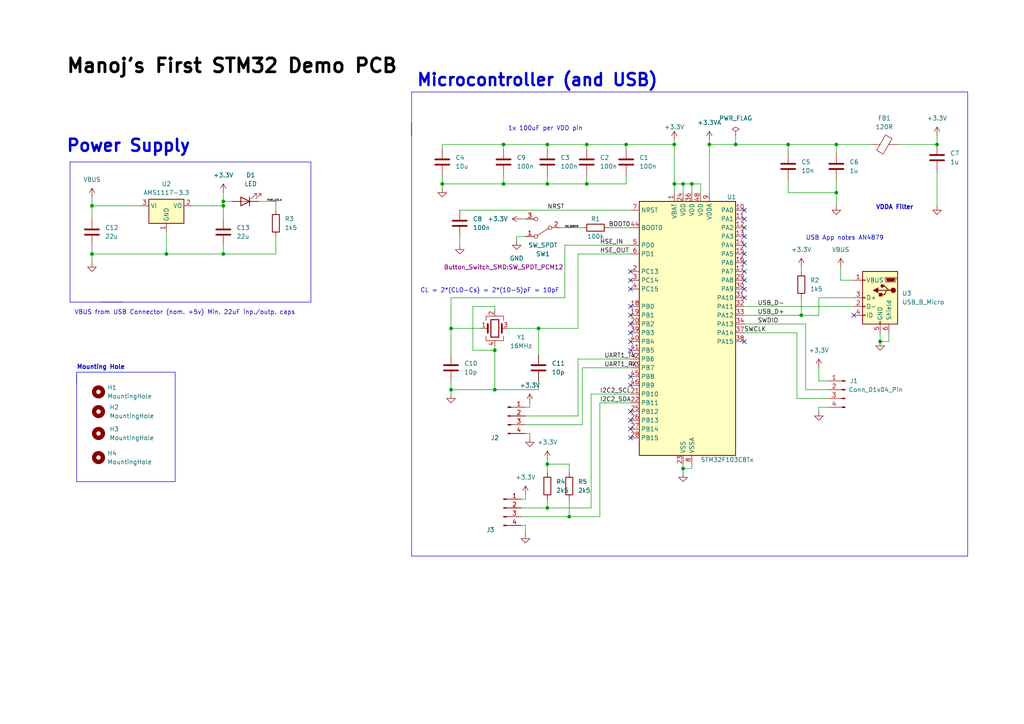
<source format=kicad_sch>
(kicad_sch (version 20230121) (generator eeschema)
  (paper "A4")
  (lib_symbols
    (symbol "Connector:Conn_01x04_Pin" (pin_names (offset 1.016) hide)
      (property "Reference" "J" (at 0 5.08 0))
      (property "Value" "Conn_01x04_Pin" (at 0 -7.62 0))
      (symbol "Conn_01x04_Pin_1_1"
        (polyline (pts (xy 1.27 -5.08) (xy 0.8636 -5.08)) (stroke (width 0.1524)))
        (polyline (pts (xy 1.27 -2.54) (xy 0.8636 -2.54)) (stroke (width 0.1524)))
        (polyline (pts (xy 1.27 0) (xy 0.8636 0)) (stroke (width 0.1524)))
        (polyline (pts (xy 1.27 2.54) (xy 0.8636 2.54)) (stroke (width 0.1524)))
        (rectangle (start 0.8636 -4.953) (end 0 -5.207) (stroke (width 0.1524)) (fill (type outline)))
        (rectangle (start 0.8636 -2.413) (end 0 -2.667) (stroke (width 0.1524)) (fill (type outline)))
        (rectangle (start 0.8636 0.127) (end 0 -0.127) (stroke (width 0.1524)) (fill (type outline)))
        (rectangle (start 0.8636 2.667) (end 0 2.413) (stroke (width 0.1524)) (fill (type outline)))
        (pin passive line (at 5.08 2.54 180) (length 3.81) (name "Pin_1") (number "1"))
        (pin passive line (at 5.08 0 180) (length 3.81) (name "Pin_2") (number "2"))
        (pin passive line (at 5.08 -2.54 180) (length 3.81) (name "Pin_3") (number "3"))
        (pin passive line (at 5.08 -5.08 180) (length 3.81) (name "Pin_4") (number "4"))
      )
    )
    (symbol "Connector:USB_B_Micro" (pin_names (offset 1.016))
      (property "Reference" "J" (at -5.08 11.43 0))
      (property "Value" "USB_B_Micro" (at -5.08 8.89 0))
      (symbol "USB_B_Micro_0_1"
        (rectangle (start -5.08 -7.62) (end 5.08 7.62) (stroke (width 0.254)) (fill (type background)))
        (circle (center -3.81 2.159) (radius 0.635) (stroke (width 0.254)) (fill (type outline)))
        (circle (center -0.635 3.429) (radius 0.381) (stroke (width 0.254)) (fill (type outline)))
        (rectangle (start -0.127 -7.62) (end 0.127 -6.858))
        (polyline (pts (xy -1.905 2.159) (xy 0.635 2.159)) (stroke (width 0.254)))
        (polyline (pts (xy -3.175 2.159) (xy -2.54 2.159) (xy -1.27 3.429) (xy -0.635 3.429)) (stroke (width 0.254)))
        (polyline (pts (xy -2.54 2.159) (xy -1.905 2.159) (xy -1.27 0.889) (xy 0 0.889)) (stroke (width 0.254)))
        (polyline (pts (xy 0.635 2.794) (xy 0.635 1.524) (xy 1.905 2.159) (xy 0.635 2.794)) (stroke (width 0.254)) (fill (type outline)))
        (polyline (pts (xy -4.318 5.588) (xy -1.778 5.588) (xy -2.032 4.826) (xy -4.064 4.826) (xy -4.318 5.588)) (fill (type outline)))
        (polyline (pts (xy -4.699 5.842) (xy -4.699 5.588) (xy -4.445 4.826) (xy -4.445 4.572) (xy -1.651 4.572) (xy -1.651 4.826) (xy -1.397 5.588) (xy -1.397 5.842) (xy -4.699 5.842)))
        (rectangle (start 0.254 1.27) (end -0.508 0.508) (stroke (width 0.254)) (fill (type outline)))
        (rectangle (start 5.08 -5.207) (end 4.318 -4.953))
        (rectangle (start 5.08 -2.667) (end 4.318 -2.413))
        (rectangle (start 5.08 -0.127) (end 4.318 0.127))
        (rectangle (start 5.08 4.953) (end 4.318 5.207))
      )
      (symbol "USB_B_Micro_1_1"
        (pin power_out line (at 7.62 5.08 180) (length 2.54) (name "VBUS") (number "1"))
        (pin bidirectional line (at 7.62 -2.54 180) (length 2.54) (name "D-") (number "2"))
        (pin bidirectional line (at 7.62 0 180) (length 2.54) (name "D+") (number "3"))
        (pin passive line (at 7.62 -5.08 180) (length 2.54) (name "ID") (number "4"))
        (pin power_out line (at 0 -10.16 90) (length 2.54) (name "GND") (number "5"))
        (pin passive line (at -2.54 -10.16 90) (length 2.54) (name "Shield") (number "6"))
      )
    )
    (symbol "Device:C" (pin_numbers hide) (pin_names (offset 0.254))
      (property "Reference" "C" (at 0.635 2.54 0))
      (property "Value" "C" (at 0.635 -2.54 0))
      (symbol "C_0_1"
        (polyline (pts (xy -2.032 -0.762) (xy 2.032 -0.762)) (stroke (width 0.508)))
        (polyline (pts (xy -2.032 0.762) (xy 2.032 0.762)) (stroke (width 0.508)))
      )
      (symbol "C_1_1"
        (pin passive line (at 0 3.81 270) (length 2.794) (name "~") (number "1"))
        (pin passive line (at 0 -3.81 90) (length 2.794) (name "~") (number "2"))
      )
    )
    (symbol "Device:Crystal_GND24" (pin_names (offset 1.016) hide)
      (property "Reference" "Y" (at 3.175 5.08 0))
      (property "Value" "Crystal_GND24" (at 3.175 3.175 0))
      (symbol "Crystal_GND24_0_1"
        (rectangle (start -1.143 2.54) (end 1.143 -2.54) (stroke (width 0.3048)))
        (polyline (pts (xy -2.54 0) (xy -2.032 0)))
        (polyline (pts (xy -2.032 -1.27) (xy -2.032 1.27)) (stroke (width 0.508)))
        (polyline (pts (xy 0 -3.81) (xy 0 -3.556)))
        (polyline (pts (xy 0 3.556) (xy 0 3.81)))
        (polyline (pts (xy 2.032 -1.27) (xy 2.032 1.27)) (stroke (width 0.508)))
        (polyline (pts (xy 2.032 0) (xy 2.54 0)))
        (polyline (pts (xy -2.54 -2.286) (xy -2.54 -3.556) (xy 2.54 -3.556) (xy 2.54 -2.286)))
        (polyline (pts (xy -2.54 2.286) (xy -2.54 3.556) (xy 2.54 3.556) (xy 2.54 2.286)))
      )
      (symbol "Crystal_GND24_1_1"
        (pin passive line (at -3.81 0 0) (length 1.27) (name "1") (number "1"))
        (pin passive line (at 0 5.08 270) (length 1.27) (name "2") (number "2"))
        (pin passive line (at 3.81 0 180) (length 1.27) (name "3") (number "3"))
        (pin passive line (at 0 -5.08 90) (length 1.27) (name "4") (number "4"))
      )
    )
    (symbol "Device:FerriteBead" (pin_numbers hide) (pin_names (offset 0))
      (property "Reference" "FB" (at -3.81 0.635 90))
      (property "Value" "FerriteBead" (at 3.81 0 90))
      (symbol "FerriteBead_0_1"
        (polyline (pts (xy 0 -1.27) (xy 0 -1.2192)))
        (polyline (pts (xy 0 1.27) (xy 0 1.2954)))
        (polyline (pts (xy -2.7686 0.4064) (xy -1.7018 2.2606) (xy 2.7686 -0.3048) (xy 1.6764 -2.159) (xy -2.7686 0.4064)))
      )
      (symbol "FerriteBead_1_1"
        (pin passive line (at 0 3.81 270) (length 2.54) (name "~") (number "1"))
        (pin passive line (at 0 -3.81 90) (length 2.54) (name "~") (number "2"))
      )
    )
    (symbol "Device:LED" (pin_numbers hide) (pin_names (offset 1.016) hide)
      (property "Reference" "D" (at 0 2.54 0))
      (property "Value" "LED" (at 0 -2.54 0))
      (symbol "LED_0_1"
        (polyline (pts (xy -1.27 -1.27) (xy -1.27 1.27)) (stroke (width 0.254)))
        (polyline (pts (xy -1.27 0) (xy 1.27 0)))
        (polyline (pts (xy 1.27 -1.27) (xy 1.27 1.27) (xy -1.27 0) (xy 1.27 -1.27)) (stroke (width 0.254)))
        (polyline (pts (xy -3.048 -0.762) (xy -4.572 -2.286) (xy -3.81 -2.286) (xy -4.572 -2.286) (xy -4.572 -1.524)))
        (polyline (pts (xy -1.778 -0.762) (xy -3.302 -2.286) (xy -2.54 -2.286) (xy -3.302 -2.286) (xy -3.302 -1.524)))
      )
      (symbol "LED_1_1"
        (pin passive line (at -3.81 0 0) (length 2.54) (name "K") (number "1"))
        (pin passive line (at 3.81 0 180) (length 2.54) (name "A") (number "2"))
      )
    )
    (symbol "Device:R" (pin_numbers hide) (pin_names (offset 0))
      (property "Reference" "R" (at 2.032 0 90))
      (property "Value" "R" (at 0 0 90))
      (symbol "R_0_1"
        (rectangle (start -1.016 -2.54) (end 1.016 2.54) (stroke (width 0.254)))
      )
      (symbol "R_1_1"
        (pin passive line (at 0 3.81 270) (length 1.27) (name "~") (number "1"))
        (pin passive line (at 0 -3.81 90) (length 1.27) (name "~") (number "2"))
      )
    )
    (symbol "MCU_ST_STM32F1:STM32F103C8Tx"
      (property "Reference" "U" (at -12.7 39.37 0))
      (property "Value" "STM32F103C8Tx" (at 10.16 39.37 0))
      (symbol "STM32F103C8Tx_0_1"
        (rectangle (start -12.7 -35.56) (end 15.24 38.1) (stroke (width 0.254)) (fill (type background)))
      )
      (symbol "STM32F103C8Tx_1_1"
        (pin power_in line (at -2.54 40.64 270) (length 2.54) (name "VBAT") (number "1"))
        (pin bidirectional line (at 17.78 35.56 180) (length 2.54) (name "PA0") (number "10"))
        (pin bidirectional line (at 17.78 33.02 180) (length 2.54) (name "PA1") (number "11"))
        (pin bidirectional line (at 17.78 30.48 180) (length 2.54) (name "PA2") (number "12"))
        (pin bidirectional line (at 17.78 27.94 180) (length 2.54) (name "PA3") (number "13"))
        (pin bidirectional line (at 17.78 25.4 180) (length 2.54) (name "PA4") (number "14"))
        (pin bidirectional line (at 17.78 22.86 180) (length 2.54) (name "PA5") (number "15"))
        (pin bidirectional line (at 17.78 20.32 180) (length 2.54) (name "PA6") (number "16"))
        (pin bidirectional line (at 17.78 17.78 180) (length 2.54) (name "PA7") (number "17"))
        (pin bidirectional line (at -15.24 7.62 0) (length 2.54) (name "PB0") (number "18"))
        (pin bidirectional line (at -15.24 5.08 0) (length 2.54) (name "PB1") (number "19"))
        (pin bidirectional line (at -15.24 17.78 0) (length 2.54) (name "PC13") (number "2"))
        (pin bidirectional line (at -15.24 2.54 0) (length 2.54) (name "PB2") (number "20"))
        (pin bidirectional line (at -15.24 -17.78 0) (length 2.54) (name "PB10") (number "21"))
        (pin bidirectional line (at -15.24 -20.32 0) (length 2.54) (name "PB11") (number "22"))
        (pin power_in line (at 0 -38.1 90) (length 2.54) (name "VSS") (number "23"))
        (pin power_in line (at 0 40.64 270) (length 2.54) (name "VDD") (number "24"))
        (pin bidirectional line (at -15.24 -22.86 0) (length 2.54) (name "PB12") (number "25"))
        (pin bidirectional line (at -15.24 -25.4 0) (length 2.54) (name "PB13") (number "26"))
        (pin bidirectional line (at -15.24 -27.94 0) (length 2.54) (name "PB14") (number "27"))
        (pin bidirectional line (at -15.24 -30.48 0) (length 2.54) (name "PB15") (number "28"))
        (pin bidirectional line (at 17.78 15.24 180) (length 2.54) (name "PA8") (number "29"))
        (pin bidirectional line (at -15.24 15.24 0) (length 2.54) (name "PC14") (number "3"))
        (pin bidirectional line (at 17.78 12.7 180) (length 2.54) (name "PA9") (number "30"))
        (pin bidirectional line (at 17.78 10.16 180) (length 2.54) (name "PA10") (number "31"))
        (pin bidirectional line (at 17.78 7.62 180) (length 2.54) (name "PA11") (number "32"))
        (pin bidirectional line (at 17.78 5.08 180) (length 2.54) (name "PA12") (number "33"))
        (pin bidirectional line (at 17.78 2.54 180) (length 2.54) (name "PA13") (number "34"))
        (pin passive line (at 0 -38.1 90) (length 2.54) hide (name "VSS") (number "35"))
        (pin power_in line (at 2.54 40.64 270) (length 2.54) (name "VDD") (number "36"))
        (pin bidirectional line (at 17.78 0 180) (length 2.54) (name "PA14") (number "37"))
        (pin bidirectional line (at 17.78 -2.54 180) (length 2.54) (name "PA15") (number "38"))
        (pin bidirectional line (at -15.24 0 0) (length 2.54) (name "PB3") (number "39"))
        (pin bidirectional line (at -15.24 12.7 0) (length 2.54) (name "PC15") (number "4"))
        (pin bidirectional line (at -15.24 -2.54 0) (length 2.54) (name "PB4") (number "40"))
        (pin bidirectional line (at -15.24 -5.08 0) (length 2.54) (name "PB5") (number "41"))
        (pin bidirectional line (at -15.24 -7.62 0) (length 2.54) (name "PB6") (number "42"))
        (pin bidirectional line (at -15.24 -10.16 0) (length 2.54) (name "PB7") (number "43"))
        (pin input line (at -15.24 30.48 0) (length 2.54) (name "BOOT0") (number "44"))
        (pin bidirectional line (at -15.24 -12.7 0) (length 2.54) (name "PB8") (number "45"))
        (pin bidirectional line (at -15.24 -15.24 0) (length 2.54) (name "PB9") (number "46"))
        (pin passive line (at 0 -38.1 90) (length 2.54) hide (name "VSS") (number "47"))
        (pin power_in line (at 5.08 40.64 270) (length 2.54) (name "VDD") (number "48"))
        (pin bidirectional line (at -15.24 25.4 0) (length 2.54) (name "PD0") (number "5"))
        (pin bidirectional line (at -15.24 22.86 0) (length 2.54) (name "PD1") (number "6"))
        (pin input line (at -15.24 35.56 0) (length 2.54) (name "NRST") (number "7"))
        (pin power_in line (at 2.54 -38.1 90) (length 2.54) (name "VSSA") (number "8"))
        (pin power_in line (at 7.62 40.64 270) (length 2.54) (name "VDDA") (number "9"))
      )
    )
    (symbol "Mechanical:MountingHole" (pin_names (offset 1.016))
      (property "Reference" "H" (at 0 5.08 0))
      (property "Value" "MountingHole" (at 0 3.175 0))
      (symbol "MountingHole_0_1"
        (circle (center 0 0) (radius 1.27) (stroke (width 1.27)))
      )
    )
    (symbol "Regulator_Linear:AMS1117-3.3"
      (property "Reference" "U" (at -3.81 3.175 0))
      (property "Value" "AMS1117-3.3" (at 0 3.175 0))
      (symbol "AMS1117-3.3_0_1"
        (rectangle (start -5.08 -5.08) (end 5.08 1.905) (stroke (width 0.254)) (fill (type background)))
      )
      (symbol "AMS1117-3.3_1_1"
        (pin power_in line (at 0 -7.62 90) (length 2.54) (name "GND") (number "1"))
        (pin power_out line (at 7.62 0 180) (length 2.54) (name "VO") (number "2"))
        (pin power_in line (at -7.62 0 0) (length 2.54) (name "VI") (number "3"))
      )
    )
    (symbol "Switch:SW_SPDT" (pin_names (offset 0) hide)
      (property "Reference" "SW" (at 0 4.318 0))
      (property "Value" "SW_SPDT" (at 0 -5.08 0))
      (symbol "SW_SPDT_0_0"
        (circle (center -2.032 0) (radius 0.508))
        (circle (center 2.032 -2.54) (radius 0.508))
      )
      (symbol "SW_SPDT_0_1"
        (polyline (pts (xy -1.524 0.254) (xy 1.651 2.286)))
        (circle (center 2.032 2.54) (radius 0.508))
      )
      (symbol "SW_SPDT_1_1"
        (pin passive line (at 5.08 2.54 180) (length 2.54) (name "A") (number "1"))
        (pin passive line (at -5.08 0 0) (length 2.54) (name "B") (number "2"))
        (pin passive line (at 5.08 -2.54 180) (length 2.54) (name "C") (number "3"))
      )
    )
    (symbol "power:+3.3V" (power) (pin_names (offset 0))
      (property "Value" "+3.3V" (at 0 3.556 0))
      (symbol "+3.3V_0_1"
        (polyline (pts (xy -0.762 1.27) (xy 0 2.54)))
        (polyline (pts (xy 0 0) (xy 0 2.54)))
        (polyline (pts (xy 0 2.54) (xy 0.762 1.27)))
      )
      (symbol "+3.3V_1_1"
        (pin power_in line (at 0 0 90) (length 0) hide (name "+3.3V") (number "1"))
      )
    )
    (symbol "power:+3.3VA" (power) (pin_names (offset 0))
      (property "Value" "+3.3VA" (at 0 3.556 0))
      (symbol "+3.3VA_0_1"
        (polyline (pts (xy -0.762 1.27) (xy 0 2.54)))
        (polyline (pts (xy 0 0) (xy 0 2.54)))
        (polyline (pts (xy 0 2.54) (xy 0.762 1.27)))
      )
      (symbol "+3.3VA_1_1"
        (pin power_in line (at 0 0 90) (length 0) hide (name "+3.3VA") (number "1"))
      )
    )
    (symbol "power:GND" (power) (pin_names (offset 0))
      (property "Value" "GND" (at 0 -3.81 0))
      (symbol "GND_0_1"
        (polyline (pts (xy 0 0) (xy 0 -1.27) (xy 1.27 -1.27) (xy 0 -2.54) (xy -1.27 -1.27) (xy 0 -1.27)))
      )
      (symbol "GND_1_1"
        (pin power_in line (at 0 0 270) (length 0) hide (name "GND") (number "1"))
      )
    )
    (symbol "power:PWR_FLAG" (power) (pin_numbers hide) (pin_names (offset 0) hide)
      (property "Value" "PWR_FLAG" (at 0 3.81 0))
      (symbol "PWR_FLAG_0_0"
        (pin power_out line (at 0 0 90) (length 0) (name "pwr") (number "1"))
      )
      (symbol "PWR_FLAG_0_1"
        (polyline (pts (xy 0 0) (xy 0 1.27) (xy -1.016 1.905) (xy 0 2.54) (xy 1.016 1.905) (xy 0 1.27)))
      )
    )
    (symbol "power:VBUS" (power) (pin_names (offset 0))
      (property "Value" "VBUS" (at 0 3.81 0))
      (symbol "VBUS_0_1"
        (polyline (pts (xy -0.762 1.27) (xy 0 2.54)))
        (polyline (pts (xy 0 0) (xy 0 2.54)))
        (polyline (pts (xy 0 2.54) (xy 0.762 1.27)))
      )
      (symbol "VBUS_1_1"
        (pin power_in line (at 0 0 90) (length 0) hide (name "VBUS") (number "1"))
      )
    )
  )
  (junction (at 232.41 91.44))
  (junction (at 228.6 41.91))
  (junction (at 64.77 73.66))
  (junction (at 195.58 41.91))
  (junction (at 170.18 41.91))
  (junction (at 130.81 113.03))
  (junction (at 48.26 73.66))
  (junction (at 242.57 41.91))
  (junction (at 242.57 55.88))
  (junction (at 143.51 101.6))
  (junction (at 64.77 58.42))
  (junction (at 195.58 53.34))
  (junction (at 198.12 53.34))
  (junction (at 130.81 95.25))
  (junction (at 26.67 73.66))
  (junction (at 26.67 59.69))
  (junction (at 64.77 59.69))
  (junction (at 158.75 41.91))
  (junction (at 205.74 41.91))
  (junction (at 200.66 53.34))
  (junction (at 146.05 53.34))
  (junction (at 146.05 41.91))
  (junction (at 143.51 113.03))
  (junction (at 165.1 149.86))
  (junction (at 198.12 135.89))
  (junction (at 158.75 53.34))
  (junction (at 255.27 99.06))
  (junction (at 181.61 41.91))
  (junction (at 158.75 147.32))
  (junction (at 213.36 41.91))
  (junction (at 158.75 134.62))
  (junction (at 156.21 95.25))
  (junction (at 271.78 41.91))
  (junction (at 128.27 53.34))
  (junction (at 170.18 53.34))
  (no_connect (at 182.88 124.46))
  (no_connect (at 182.88 81.28))
  (no_connect (at 182.88 91.44))
  (no_connect (at 215.9 66.04))
  (no_connect (at 215.9 81.28))
  (no_connect (at 182.88 78.74))
  (no_connect (at 215.9 76.2))
  (no_connect (at 182.88 121.92))
  (no_connect (at 215.9 99.06))
  (no_connect (at 215.9 60.96))
  (no_connect (at 182.88 119.38))
  (no_connect (at 182.88 101.6))
  (no_connect (at 215.9 71.12))
  (no_connect (at 182.88 99.06))
  (no_connect (at 215.9 68.58))
  (no_connect (at 182.88 127))
  (no_connect (at 182.88 93.98))
  (no_connect (at 182.88 111.76))
  (no_connect (at 182.88 96.52))
  (no_connect (at 215.9 86.36))
  (no_connect (at 182.88 88.9))
  (no_connect (at 247.65 91.44))
  (no_connect (at 215.9 63.5))
  (no_connect (at 215.9 83.82))
  (no_connect (at 215.9 73.66))
  (no_connect (at 182.88 109.22))
  (no_connect (at 182.88 83.82))
  (no_connect (at 215.9 78.74))
  (wire (pts (xy 195.58 53.34) (xy 198.12 53.34)))
  (wire (pts (xy 151.13 147.32) (xy 158.75 147.32)))
  (wire (pts (xy 156.21 95.25) (xy 156.21 102.87)))
  (wire (pts (xy 80.01 58.42) (xy 80.01 60.96)))
  (wire (pts (xy 137.16 88.9) (xy 137.16 101.6)))
  (wire (pts (xy 181.61 43.18) (xy 181.61 41.91)))
  (wire (pts (xy 64.77 73.66) (xy 64.77 71.12)))
  (polyline (pts (xy 90.17 87.63) (xy 90.17 46.99)))
  (wire (pts (xy 231.14 115.57) (xy 240.03 115.57)))
  (wire (pts (xy 240.03 110.49) (xy 237.49 110.49)))
  (wire (pts (xy 80.01 73.66) (xy 64.77 73.66)))
  (wire (pts (xy 64.77 73.66) (xy 48.26 73.66)))
  (wire (pts (xy 139.7 95.25) (xy 130.81 95.25)))
  (wire (pts (xy 200.66 53.34) (xy 203.2 53.34)))
  (polyline (pts (xy 119.38 35.56) (xy 119.38 161.29)))
  (wire (pts (xy 130.81 113.03) (xy 143.51 113.03)))
  (wire (pts (xy 55.88 59.69) (xy 64.77 59.69)))
  (wire (pts (xy 205.74 40.64) (xy 205.74 41.91)))
  (wire (pts (xy 242.57 55.88) (xy 242.57 59.69)))
  (wire (pts (xy 64.77 59.69) (xy 64.77 63.5)))
  (wire (pts (xy 195.58 40.64) (xy 195.58 41.91)))
  (wire (pts (xy 156.21 110.49) (xy 156.21 113.03)))
  (wire (pts (xy 130.81 86.36) (xy 163.83 86.36)))
  (polyline (pts (xy 280.67 161.29) (xy 280.67 26.67)))
  (wire (pts (xy 170.18 43.18) (xy 170.18 41.91)))
  (wire (pts (xy 130.81 110.49) (xy 130.81 113.03)))
  (wire (pts (xy 198.12 53.34) (xy 200.66 53.34)))
  (wire (pts (xy 158.75 134.62) (xy 165.1 134.62)))
  (wire (pts (xy 26.67 59.69) (xy 40.64 59.69)))
  (wire (pts (xy 271.78 39.37) (xy 271.78 41.91)))
  (wire (pts (xy 158.75 144.78) (xy 158.75 147.32)))
  (wire (pts (xy 168.91 123.19) (xy 152.4 123.19)))
  (wire (pts (xy 156.21 95.25) (xy 147.32 95.25)))
  (wire (pts (xy 167.64 73.66) (xy 182.88 73.66)))
  (wire (pts (xy 228.6 41.91) (xy 242.57 41.91)))
  (wire (pts (xy 26.67 57.15) (xy 26.67 59.69)))
  (wire (pts (xy 143.51 90.17) (xy 143.51 88.9)))
  (wire (pts (xy 198.12 135.89) (xy 198.12 137.16)))
  (wire (pts (xy 74.93 58.42) (xy 80.01 58.42)))
  (wire (pts (xy 213.36 41.91) (xy 228.6 41.91)))
  (wire (pts (xy 167.64 95.25) (xy 156.21 95.25)))
  (wire (pts (xy 203.2 53.34) (xy 203.2 55.88)))
  (wire (pts (xy 64.77 58.42) (xy 67.31 58.42)))
  (wire (pts (xy 205.74 41.91) (xy 205.74 55.88)))
  (wire (pts (xy 130.81 95.25) (xy 130.81 86.36)))
  (wire (pts (xy 171.45 114.3) (xy 171.45 147.32)))
  (polyline (pts (xy 90.17 46.99) (xy 20.32 46.99)))
  (wire (pts (xy 133.35 60.96) (xy 182.88 60.96)))
  (wire (pts (xy 64.77 55.88) (xy 64.77 58.42)))
  (wire (pts (xy 158.75 53.34) (xy 170.18 53.34)))
  (wire (pts (xy 233.68 93.98) (xy 233.68 113.03)))
  (wire (pts (xy 133.35 68.58) (xy 133.35 71.12)))
  (wire (pts (xy 158.75 43.18) (xy 158.75 41.91)))
  (wire (pts (xy 181.61 53.34) (xy 181.61 50.8)))
  (wire (pts (xy 233.68 113.03) (xy 240.03 113.03)))
  (wire (pts (xy 130.81 113.03) (xy 130.81 114.3)))
  (wire (pts (xy 232.41 77.47) (xy 232.41 78.74)))
  (wire (pts (xy 195.58 55.88) (xy 195.58 53.34)))
  (polyline (pts (xy 280.67 26.67) (xy 119.38 26.67)))
  (wire (pts (xy 165.1 149.86) (xy 173.99 149.86)))
  (polyline (pts (xy 22.225 107.95) (xy 22.225 111.125)))
  (wire (pts (xy 271.78 49.53) (xy 271.78 59.69)))
  (wire (pts (xy 128.27 50.8) (xy 128.27 53.34)))
  (wire (pts (xy 158.75 147.32) (xy 171.45 147.32)))
  (wire (pts (xy 200.66 53.34) (xy 200.66 55.88)))
  (polyline (pts (xy 50.8 107.95) (xy 22.225 107.95)))
  (wire (pts (xy 152.4 152.4) (xy 152.4 154.94)))
  (wire (pts (xy 168.91 106.68) (xy 168.91 123.19)))
  (polyline (pts (xy 29.21 87.63) (xy 80.01 87.63)))
  (wire (pts (xy 237.49 86.36) (xy 237.49 91.44)))
  (wire (pts (xy 213.36 39.37) (xy 213.36 41.91)))
  (wire (pts (xy 128.27 53.34) (xy 146.05 53.34)))
  (wire (pts (xy 146.05 41.91) (xy 158.75 41.91)))
  (wire (pts (xy 228.6 52.07) (xy 228.6 55.88)))
  (polyline (pts (xy 31.75 87.63) (xy 35.56 87.63)))
  (wire (pts (xy 242.57 41.91) (xy 252.73 41.91)))
  (polyline (pts (xy 31.75 41.91) (xy 31.75 41.91)))
  (wire (pts (xy 205.74 41.91) (xy 213.36 41.91)))
  (polyline (pts (xy 80.01 87.63) (xy 90.17 87.63)))
  (wire (pts (xy 152.4 118.11) (xy 153.67 118.11)))
  (wire (pts (xy 149.86 69.85) (xy 149.86 68.58)))
  (polyline (pts (xy 119.38 161.29) (xy 280.67 161.29)))
  (wire (pts (xy 128.27 43.18) (xy 128.27 41.91)))
  (wire (pts (xy 198.12 134.62) (xy 198.12 135.89)))
  (wire (pts (xy 149.86 68.58) (xy 152.4 68.58)))
  (wire (pts (xy 228.6 41.91) (xy 228.6 44.45)))
  (wire (pts (xy 152.4 125.73) (xy 153.67 125.73)))
  (wire (pts (xy 151.13 63.5) (xy 152.4 63.5)))
  (wire (pts (xy 247.65 86.36) (xy 237.49 86.36)))
  (wire (pts (xy 128.27 41.91) (xy 146.05 41.91)))
  (wire (pts (xy 242.57 55.88) (xy 242.57 52.07)))
  (polyline (pts (xy 20.32 87.63) (xy 31.75 87.63)))
  (wire (pts (xy 237.49 106.68) (xy 237.49 110.49)))
  (polyline (pts (xy 22.225 108.585) (xy 22.225 139.7)))
  (wire (pts (xy 26.67 73.66) (xy 26.67 71.12)))
  (wire (pts (xy 232.41 86.36) (xy 232.41 91.44)))
  (wire (pts (xy 260.35 41.91) (xy 271.78 41.91)))
  (wire (pts (xy 143.51 88.9) (xy 137.16 88.9)))
  (wire (pts (xy 162.56 66.04) (xy 168.91 66.04)))
  (wire (pts (xy 158.75 133.35) (xy 158.75 134.62)))
  (wire (pts (xy 167.64 73.66) (xy 167.64 95.25)))
  (wire (pts (xy 146.05 53.34) (xy 158.75 53.34)))
  (wire (pts (xy 200.66 134.62) (xy 200.66 135.89)))
  (wire (pts (xy 158.75 50.8) (xy 158.75 53.34)))
  (wire (pts (xy 173.99 116.84) (xy 182.88 116.84)))
  (wire (pts (xy 146.05 41.91) (xy 146.05 43.18)))
  (polyline (pts (xy 22.225 139.7) (xy 50.8 139.7)))
  (polyline (pts (xy 50.8 139.7) (xy 50.8 107.95)))
  (wire (pts (xy 151.13 149.86) (xy 165.1 149.86)))
  (wire (pts (xy 171.45 114.3) (xy 182.88 114.3)))
  (wire (pts (xy 195.58 41.91) (xy 195.58 53.34)))
  (wire (pts (xy 152.4 143.51) (xy 152.4 144.78)))
  (wire (pts (xy 143.51 113.03) (xy 156.21 113.03)))
  (wire (pts (xy 64.77 59.69) (xy 64.77 58.42)))
  (wire (pts (xy 170.18 50.8) (xy 170.18 53.34)))
  (wire (pts (xy 257.81 99.06) (xy 255.27 99.06)))
  (polyline (pts (xy 31.75 41.91) (xy 31.75 41.91)))
  (wire (pts (xy 215.9 93.98) (xy 233.68 93.98)))
  (wire (pts (xy 130.81 95.25) (xy 130.81 102.87)))
  (wire (pts (xy 26.67 63.5) (xy 26.67 59.69)))
  (wire (pts (xy 215.9 91.44) (xy 232.41 91.44)))
  (wire (pts (xy 257.81 96.52) (xy 257.81 99.06)))
  (wire (pts (xy 167.64 104.14) (xy 182.88 104.14)))
  (polyline (pts (xy 119.38 26.67) (xy 119.38 39.37)))
  (wire (pts (xy 143.51 101.6) (xy 143.51 113.03)))
  (wire (pts (xy 198.12 135.89) (xy 200.66 135.89)))
  (wire (pts (xy 237.49 118.11) (xy 237.49 119.38)))
  (wire (pts (xy 247.65 81.28) (xy 243.84 81.28)))
  (wire (pts (xy 26.67 73.66) (xy 26.67 76.2)))
  (wire (pts (xy 153.67 125.73) (xy 153.67 127)))
  (wire (pts (xy 48.26 67.31) (xy 48.26 73.66)))
  (wire (pts (xy 231.14 96.52) (xy 231.14 115.57)))
  (wire (pts (xy 165.1 144.78) (xy 165.1 149.86)))
  (wire (pts (xy 168.91 106.68) (xy 182.88 106.68)))
  (polyline (pts (xy 20.32 46.99) (xy 20.32 87.63)))
  (wire (pts (xy 153.67 116.84) (xy 153.67 118.11)))
  (wire (pts (xy 232.41 91.44) (xy 237.49 91.44)))
  (wire (pts (xy 151.13 152.4) (xy 152.4 152.4)))
  (wire (pts (xy 158.75 41.91) (xy 170.18 41.91)))
  (wire (pts (xy 128.27 53.34) (xy 128.27 54.61)))
  (wire (pts (xy 80.01 68.58) (xy 80.01 73.66)))
  (wire (pts (xy 243.84 77.47) (xy 243.84 81.28)))
  (wire (pts (xy 176.53 66.04) (xy 182.88 66.04)))
  (wire (pts (xy 158.75 134.62) (xy 158.75 137.16)))
  (wire (pts (xy 163.83 86.36) (xy 163.83 71.12)))
  (wire (pts (xy 198.12 53.34) (xy 198.12 55.88)))
  (wire (pts (xy 143.51 100.33) (xy 143.51 101.6)))
  (wire (pts (xy 255.27 96.52) (xy 255.27 99.06)))
  (wire (pts (xy 167.64 120.65) (xy 167.64 104.14)))
  (wire (pts (xy 151.13 144.78) (xy 152.4 144.78)))
  (wire (pts (xy 242.57 41.91) (xy 242.57 44.45)))
  (wire (pts (xy 240.03 118.11) (xy 237.49 118.11)))
  (wire (pts (xy 173.99 116.84) (xy 173.99 149.86)))
  (wire (pts (xy 48.26 73.66) (xy 26.67 73.66)))
  (wire (pts (xy 137.16 101.6) (xy 143.51 101.6)))
  (wire (pts (xy 152.4 120.65) (xy 167.64 120.65)))
  (wire (pts (xy 215.9 88.9) (xy 247.65 88.9)))
  (wire (pts (xy 163.83 71.12) (xy 182.88 71.12)))
  (wire (pts (xy 215.9 96.52) (xy 231.14 96.52)))
  (wire (pts (xy 228.6 55.88) (xy 242.57 55.88)))
  (wire (pts (xy 170.18 53.34) (xy 181.61 53.34)))
  (wire (pts (xy 165.1 134.62) (xy 165.1 137.16)))
  (wire (pts (xy 170.18 41.91) (xy 181.61 41.91)))
  (wire (pts (xy 181.61 41.91) (xy 195.58 41.91)))
  (wire (pts (xy 146.05 50.8) (xy 146.05 53.34)))
  (text "Microcontroller (and USB)" (at 120.65 25.4 0) (effects (font (size 3.5 3.5) (thickness 0.7) bold) (justify left bottom)))
  (text "Mounting Hole" (at 22.225 107.315 0) (effects (font (size 1.27 1.27) (thickness 0.254) bold) (justify left bottom)))
  (text "VDDA Filter" (at 254 60.96 0) (effects (font (size 1.27 1.27) bold) (justify left bottom)))
  (text "CL = 2*(CLO-Cs) = 2*(10-5)pF = 10pF" (at 121.92 85.09 0) (effects (font (size 1.27 1.27)) (justify left bottom)))
  (text "USB App notes AN4879" (at 233.68 69.85 0) (effects (font (size 1.27 1.27)) (justify left bottom)))
  (text "1x 100uF per VDD pin" (at 147.32 38.1 0) (effects (font (size 1.27 1.27)) (justify left bottom)))
  (text "Power Supply" (at 19.05 44.45 0) (effects (font (size 3.5 3.5) (thickness 0.7) bold) (justify left bottom)))
  (text "Manoj's First STM32 Demo PCB" (at 19.05 21.59 0) (effects (font (size 4 4) bold) (justify left bottom)))
  (text "VBUS from USB Connector (nom. +5v) Min. 22uF inp./outp. caps" (at 21.59 91.44 0) (effects (font (size 1.27 1.27)) (justify left bottom)))
  (label "I2C2_SDA" (at 173.99 116.84 0))
  (label "NRST" (at 158.75 60.96 0))
  (label "USB_D+" (at 219.71 91.44 0))
  (label "HSE_OUT" (at 173.99 73.66 0))
  (label "I2C2_SCL" (at 173.99 114.3 0))
  (label "SWCLK" (at 222.25 96.52 180))
  (label "BOOT0" (at 176.53 66.04 0))
  (label "PWR_LED_K" (at 77.47 58.42 0) (effects (font (size 0.5 0.5))))
  (label "SWDIO" (at 219.71 93.98 0))
  (label "SW_BOOT0" (at 163.83 66.04 0) (effects (font (size 0.5 0.5))))
  (label "UART1_TX" (at 175.26 104.14 0))
  (label "HSE_IN" (at 173.99 71.12 0))
  (label "USB_D-" (at 219.71 88.9 0))
  (label "UART1_RX" (at 175.26 106.68 0))
  (symbol (lib_id "power:+3.3V") (at 151.13 63.5 90) (unit 1)
    (property "Reference" "#PWR09" (effects hide))
    (property "Value" "+3.3V" (at 147.32 63.5 90) (effects (justify left)))
  )
  (symbol (lib_id "Device:C") (at 181.61 46.99 0) (unit 1)
    (property "Reference" "C1" (at 185.42 45.72 0) (effects (justify left)))
    (property "Value" "100n" (at 185.42 48.26 0) (effects (justify left)))
    (property "Footprint" "Capacitor_SMD:C_0402_1005Metric" (effects hide))
  )
  (symbol (lib_id "power:+3.3V") (at 64.77 55.88 0) (unit 1)
    (property "Reference" "#PWR017" (effects hide))
    (property "Value" "+3.3V" (at 64.77 50.8 0))
  )
  (symbol (lib_id "Connector:Conn_01x04_Pin") (at 146.05 147.32 0) (unit 1)
    (property "Reference" "J3" (at 142.24 153.67 0))
    (property "Value" "Conn_01x04_Pin" (effects hide))
    (property "Footprint" "Connector_PinHeader_2.54mm:PinHeader_1x04_P2.54mm_Vertical" (effects hide))
  )
  (symbol (lib_id "power:GND") (at 242.57 59.69 0) (unit 1)
    (property "Reference" "#PWR05" (effects hide))
    (property "Value" "GND" (effects hide))
  )
  (symbol (lib_id "Connector:Conn_01x04_Pin") (at 147.32 120.65 0) (unit 1)
    (property "Reference" "J2" (at 143.51 127 0))
    (property "Value" "Conn_01x04_Pin" (effects hide))
    (property "Footprint" "Connector_PinHeader_2.54mm:PinHeader_1x04_P2.54mm_Vertical" (effects hide))
  )
  (symbol (lib_id "Device:C") (at 158.75 46.99 0) (unit 1)
    (property "Reference" "C3" (at 162.56 45.72 0) (effects (justify left)))
    (property "Value" "100n" (at 162.56 48.26 0) (effects (justify left)))
    (property "Footprint" "Capacitor_SMD:C_0402_1005Metric" (effects hide))
  )
  (symbol (lib_id "power:GND") (at 152.4 154.94 0) (unit 1)
    (property "Reference" "#PWR019" (effects hide))
    (property "Value" "GND" (effects hide))
  )
  (symbol (lib_id "power:VBUS") (at 26.67 57.15 0) (unit 1)
    (property "Reference" "#PWR018" (effects hide))
    (property "Value" "VBUS" (at 26.67 52.07 0))
  )
  (symbol (lib_id "Mechanical:MountingHole") (at 28.575 125.73 0) (unit 1)
    (property "Reference" "H3" (at 31.75 124.46 0) (effects (justify left)))
    (property "Value" "MountingHole" (at 31.75 127 0) (effects (justify left)))
    (property "Footprint" "MountingHole:MountingHole_2.2mm_M2" (effects hide))
  )
  (symbol (lib_id "Device:R") (at 80.01 64.77 0) (unit 1)
    (property "Reference" "R3" (at 82.55 63.5 0) (effects (justify left)))
    (property "Value" "1k5" (at 82.55 66.04 0) (effects (justify left)))
    (property "Footprint" "Resistor_SMD:R_0402_1005Metric" (effects hide))
  )
  (symbol (lib_id "power:GND") (at 130.81 114.3 0) (unit 1)
    (property "Reference" "#PWR011" (effects hide))
    (property "Value" "GND" (effects hide))
  )
  (symbol (lib_id "power:+3.3V") (at 232.41 77.47 0) (unit 1)
    (property "Reference" "#PWR013" (effects hide))
    (property "Value" "+3.3V" (at 232.41 72.39 0))
  )
  (symbol (lib_id "Device:C") (at 156.21 106.68 0) (unit 1)
    (property "Reference" "C11" (at 160.02 105.41 0) (effects (justify left)))
    (property "Value" "10p" (at 160.02 107.95 0) (effects (justify left)))
    (property "Footprint" "Capacitor_SMD:C_0402_1005Metric" (effects hide))
  )
  (symbol (lib_id "power:GND") (at 128.27 54.61 0) (unit 1)
    (property "Reference" "#PWR03" (effects hide))
    (property "Value" "GND" (effects hide))
  )
  (symbol (lib_id "Device:LED") (at 71.12 58.42 180) (unit 1)
    (property "Reference" "D1" (at 72.7075 50.8 0))
    (property "Value" "LED" (at 72.7075 53.34 0))
    (property "Footprint" "LED_SMD:LED_0603_1608Metric" (effects hide))
  )
  (symbol (lib_id "power:VBUS") (at 243.84 77.47 0) (unit 1)
    (property "Reference" "#PWR012" (effects hide))
    (property "Value" "VBUS" (at 243.84 72.39 0))
  )
  (symbol (lib_id "Device:R") (at 165.1 140.97 0) (unit 1)
    (property "Reference" "R5" (at 167.64 139.7 0) (effects (justify left)))
    (property "Value" "2k5" (at 167.64 142.24 0) (effects (justify left)))
    (property "Footprint" "Resistor_SMD:R_0402_1005Metric" (effects hide))
  )
  (symbol (lib_id "power:GND") (at 153.67 127 0) (unit 1)
    (property "Reference" "#PWR020" (effects hide))
    (property "Value" "GND" (effects hide))
  )
  (symbol (lib_id "power:GND") (at 237.49 119.38 0) (unit 1)
    (property "Reference" "#PWR015" (effects hide))
    (property "Value" "GND" (effects hide))
  )
  (symbol (lib_id "power:+3.3V") (at 158.75 133.35 0) (unit 1)
    (property "Reference" "#PWR023" (effects hide))
    (property "Value" "+3.3V" (at 158.75 128.27 0))
  )
  (symbol (lib_id "Device:C") (at 133.35 64.77 0) (unit 1)
    (property "Reference" "C8" (at 137.16 63.5 0) (effects (justify left)))
    (property "Value" "100n" (at 137.16 66.04 0) (effects (justify left)))
    (property "Footprint" "Capacitor_SMD:C_0402_1005Metric" (effects hide))
  )
  (symbol (lib_id "Device:C") (at 130.81 106.68 0) (unit 1)
    (property "Reference" "C10" (at 134.62 105.41 0) (effects (justify left)))
    (property "Value" "10p" (at 134.62 107.95 0) (effects (justify left)))
    (property "Footprint" "Capacitor_SMD:C_0402_1005Metric" (effects hide))
  )
  (symbol (lib_id "Connector:USB_B_Micro") (at 255.27 86.36 0) (mirror y) (unit 1)
    (property "Reference" "U3" (at 261.62 85.09 0) (effects (justify right)))
    (property "Value" "USB_B_Micro" (at 261.62 87.63 0) (effects (justify right)))
    (property "Footprint" "Connector_USB:USB_Micro-B_Wuerth_629105150521" (effects hide))
  )
  (symbol (lib_id "power:PWR_FLAG") (at 213.36 39.37 0) (unit 1)
    (property "Reference" "#FLG01" (effects hide))
    (property "Value" "PWR_FLAG" (at 213.36 34.29 0))
  )
  (symbol (lib_id "Mechanical:MountingHole") (at 28.575 132.715 0) (unit 1)
    (property "Reference" "H4" (at 31.115 131.445 0) (effects (justify left)))
    (property "Value" "MountingHole" (at 31.115 133.985 0) (effects (justify left)))
    (property "Footprint" "MountingHole:MountingHole_2.2mm_M2" (effects hide))
  )
  (symbol (lib_id "power:GND") (at 198.12 137.16 0) (unit 1)
    (property "Reference" "#PWR01" (effects hide))
    (property "Value" "GND" (effects hide))
  )
  (symbol (lib_id "power:+3.3V") (at 271.78 39.37 0) (unit 1)
    (property "Reference" "#PWR07" (effects hide))
    (property "Value" "+3.3V" (at 271.78 34.29 0))
  )
  (symbol (lib_id "power:+3.3V") (at 195.58 40.64 0) (unit 1)
    (property "Reference" "#PWR02" (effects hide))
    (property "Value" "+3.3V" (at 195.58 36.83 0))
  )
  (symbol (lib_id "Device:Crystal_GND24") (at 143.51 95.25 0) (unit 1)
    (property "Reference" "Y1" (at 151.13 97.79 0))
    (property "Value" "16MHz" (at 151.13 100.33 0))
    (property "Footprint" "Crystal:Crystal_SMD_3225-4Pin_3.2x2.5mm" (effects hide))
  )
  (symbol (lib_id "power:GND") (at 271.78 59.69 0) (unit 1)
    (property "Reference" "#PWR06" (effects hide))
    (property "Value" "GND" (effects hide))
  )
  (symbol (lib_id "Device:C") (at 170.18 46.99 0) (unit 1)
    (property "Reference" "C2" (at 173.99 45.72 0) (effects (justify left)))
    (property "Value" "100n" (at 173.99 48.26 0) (effects (justify left)))
    (property "Footprint" "Capacitor_SMD:C_0402_1005Metric" (effects hide))
  )
  (symbol (lib_id "Device:C") (at 146.05 46.99 0) (unit 1)
    (property "Reference" "C9" (at 149.86 45.72 0) (effects (justify left)))
    (property "Value" "100n" (at 149.86 48.26 0) (effects (justify left)))
    (property "Footprint" "Capacitor_SMD:C_0402_1005Metric" (effects hide))
  )
  (symbol (lib_id "Device:R") (at 232.41 82.55 0) (unit 1)
    (property "Reference" "R2" (at 234.95 81.28 0) (effects (justify left)))
    (property "Value" "1k5" (at 234.95 83.82 0) (effects (justify left)))
    (property "Footprint" "Resistor_SMD:R_0402_1005Metric" (effects hide))
  )
  (symbol (lib_id "Device:C") (at 242.57 48.26 0) (unit 1)
    (property "Reference" "C6" (at 246.38 46.99 0) (effects (justify left)))
    (property "Value" "1u" (at 246.38 49.53 0) (effects (justify left)))
    (property "Footprint" "Capacitor_SMD:C_0603_1608Metric" (effects hide))
  )
  (symbol (lib_id "Device:C") (at 228.6 48.26 0) (unit 1)
    (property "Reference" "C5" (at 232.41 46.99 0) (effects (justify left)))
    (property "Value" "10n" (at 232.41 49.53 0) (effects (justify left)))
    (property "Footprint" "Capacitor_SMD:C_0402_1005Metric" (effects hide))
  )
  (symbol (lib_id "Mechanical:MountingHole") (at 28.575 119.38 0) (unit 1)
    (property "Reference" "H2" (at 31.75 118.11 0) (effects (justify left)))
    (property "Value" "MountingHole" (at 31.75 120.65 0) (effects (justify left)))
    (property "Footprint" "MountingHole:MountingHole_2.2mm_M2" (effects hide))
  )
  (symbol (lib_id "power:GND") (at 149.86 69.85 0) (unit 1)
    (property "Reference" "#PWR010" (effects hide))
    (property "Value" "GND" (at 149.86 74.93 0))
  )
  (symbol (lib_id "Device:C") (at 64.77 67.31 0) (unit 1)
    (property "Reference" "C13" (at 68.58 66.04 0) (effects (justify left)))
    (property "Value" "22u" (at 68.58 68.58 0) (effects (justify left)))
    (property "Footprint" "Capacitor_SMD:C_0805_2012Metric" (effects hide))
  )
  (symbol (lib_id "Device:FerriteBead") (at 256.54 41.91 90) (unit 1)
    (property "Reference" "FB1" (at 256.4892 34.29 90))
    (property "Value" "120R" (at 256.4892 36.83 90))
    (property "Footprint" "Inductor_SMD:L_0603_1608Metric" (effects hide))
  )
  (symbol (lib_id "Device:C") (at 26.67 67.31 0) (unit 1)
    (property "Reference" "C12" (at 30.48 66.04 0) (effects (justify left)))
    (property "Value" "22u" (at 30.48 68.58 0) (effects (justify left)))
    (property "Footprint" "Capacitor_SMD:C_0805_2012Metric" (effects hide))
  )
  (symbol (lib_id "Switch:SW_SPDT") (at 157.48 66.04 180) (unit 1)
    (property "Reference" "SW1" (at 157.48 73.66 0))
    (property "Value" "SW_SPDT" (at 157.48 71.12 0))
    (property "Footprint" "Button_Switch_SMD:SW_SPDT_PCM12" (at 146.05 77.47 0))
  )
  (symbol (lib_id "Mechanical:MountingHole") (at 28.575 113.665 0) (unit 1)
    (property "Reference" "H1" (at 31.115 112.395 0) (effects (justify left)))
    (property "Value" "MountingHole" (at 31.115 114.935 0) (effects (justify left)))
    (property "Footprint" "MountingHole:MountingHole_2.2mm_M2" (effects hide))
  )
  (symbol (lib_id "power:+3.3V") (at 152.4 143.51 0) (unit 1)
    (property "Reference" "#PWR022" (effects hide))
    (property "Value" "+3.3V" (at 152.4 138.43 0))
  )
  (symbol (lib_id "power:GND") (at 255.27 99.06 0) (unit 1)
    (property "Reference" "#PWR014" (effects hide))
    (property "Value" "GND" (effects hide))
  )
  (symbol (lib_id "power:+3.3V") (at 153.67 116.84 0) (unit 1)
    (property "Reference" "#PWR021" (effects hide))
    (property "Value" "+3.3V" (at 153.67 111.76 0))
  )
  (symbol (lib_id "power:GND") (at 26.67 76.2 0) (unit 1)
    (property "Reference" "#PWR024" (effects hide))
    (property "Value" "GND" (effects hide))
  )
  (symbol (lib_id "MCU_ST_STM32F1:STM32F103C8Tx") (at 198.12 96.52 0) (unit 1)
    (property "Reference" "U1" (at 210.82 57.15 0) (effects (justify left)))
    (property "Value" "STM32F103C8Tx" (at 203.2 133.35 0) (effects (justify left)))
    (property "Footprint" "Package_QFP:LQFP-48_7x7mm_P0.5mm" (effects hide))
    (property "Datasheet" "https://www.st.com/resource/en/datasheet/stm32f103c8.pdf" (effects hide))
  )
  (symbol (lib_id "power:+3.3VA") (at 205.74 40.64 0) (unit 1)
    (property "Reference" "#PWR04" (effects hide))
    (property "Value" "+3.3VA" (at 205.74 35.56 0))
  )
  (symbol (lib_id "power:+3.3V") (at 237.49 106.68 0) (unit 1)
    (property "Reference" "#PWR016" (effects hide))
    (property "Value" "+3.3V" (at 237.49 101.6 0))
  )
  (symbol (lib_id "Device:R") (at 158.75 140.97 0) (unit 1)
    (property "Reference" "R4" (at 161.29 139.7 0) (effects (justify left)))
    (property "Value" "2k5" (at 161.29 142.24 0) (effects (justify left)))
    (property "Footprint" "Resistor_SMD:R_0402_1005Metric" (effects hide))
  )
  (symbol (lib_id "power:GND") (at 133.35 71.12 0) (unit 1)
    (property "Reference" "#PWR08" (effects hide))
    (property "Value" "GND" (effects hide))
  )
  (symbol (lib_id "Regulator_Linear:AMS1117-3.3") (at 48.26 59.69 0) (unit 1)
    (property "Reference" "U2" (at 48.26 53.34 0))
    (property "Value" "AMS1117-3.3" (at 48.26 55.88 0))
    (property "Footprint" "Package_TO_SOT_SMD:SOT-223-3_TabPin2" (effects hide))
    (property "Datasheet" "http://www.advanced-monolithic.com/pdf/ds1117.pdf" (effects hide))
  )
  (symbol (lib_id "Device:C") (at 271.78 45.72 0) (unit 1)
    (property "Reference" "C7" (at 275.59 44.45 0) (effects (justify left)))
    (property "Value" "1u" (at 275.59 46.99 0) (effects (justify left)))
    (property "Footprint" "Capacitor_SMD:C_0603_1608Metric" (effects hide))
  )
  (symbol (lib_id "Device:C") (at 128.27 46.99 0) (unit 1)
    (property "Reference" "C4" (at 132.08 45.72 0) (effects (justify left)))
    (property "Value" "10u" (at 132.08 48.26 0) (effects (justify left)))
    (property "Footprint" "Capacitor_SMD:C_0201_0603Metric" (effects hide))
  )
  (symbol (lib_id "Connector:Conn_01x04_Pin") (at 245.11 113.03 0) (mirror y) (unit 1)
    (property "Reference" "J1" (at 247.65 110.49 0))
    (property "Value" "Conn_01x04_Pin" (at 254 113.03 0))
    (property "Footprint" "Connector_PinHeader_2.54mm:PinHeader_1x04_P2.54mm_Vertical" (effects hide))
  )
  (symbol (lib_id "Device:R") (at 172.72 66.04 270) (mirror x) (unit 1)
    (property "Reference" "R1" (at 172.72 63.5 90))
    (property "Value" "100k" (at 172.72 68.58 90))
    (property "Footprint" "Resistor_SMD:R_0402_1005Metric" (effects hide))
  )
)
</source>
